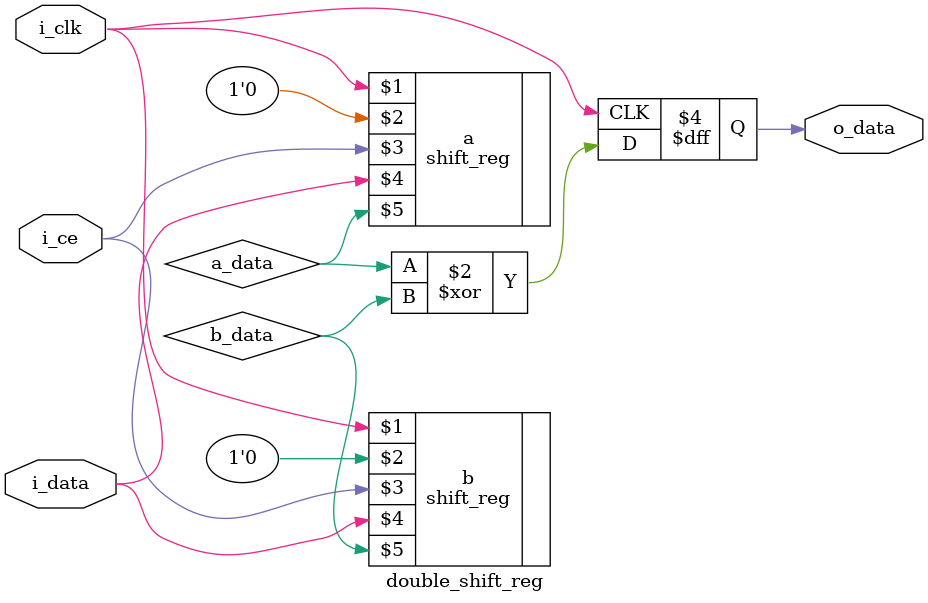
<source format=v>
`default_nettype	none
module double_shift_reg(i_clk, i_ce, i_data, o_data);
	input	wire	i_clk, i_ce;
	
	input	wire	i_data;
	output	wire	o_data;

	wire	a_data, b_data;

	shift_reg	a(i_clk, 1'b0, i_ce, i_data, a_data);
	shift_reg	b(i_clk, 1'b0, i_ce, i_data, b_data);

	initial	o_data = 1'b0;
	always @(posedge i_clk)
		o_data <= a_data ^ b_data;

    `ifdef FORMAL
        // your properties here
        always @(*) assert(!o_data);
    `endif
endmodule

</source>
